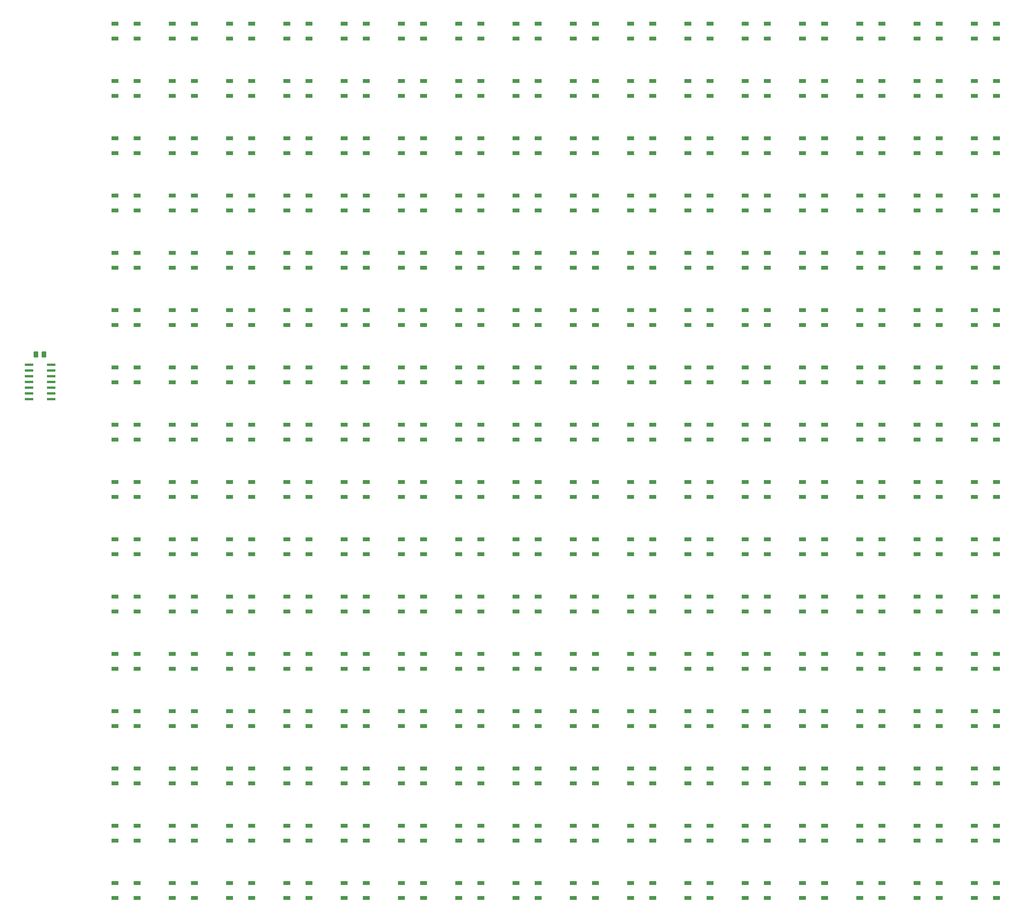
<source format=gbr>
%TF.GenerationSoftware,KiCad,Pcbnew,(7.0.0)*%
%TF.CreationDate,2023-07-17T21:56:26-06:00*%
%TF.ProjectId,led-matrix-v4,6c65642d-6d61-4747-9269-782d76342e6b,0*%
%TF.SameCoordinates,Original*%
%TF.FileFunction,Paste,Top*%
%TF.FilePolarity,Positive*%
%FSLAX46Y46*%
G04 Gerber Fmt 4.6, Leading zero omitted, Abs format (unit mm)*
G04 Created by KiCad (PCBNEW (7.0.0)) date 2023-07-17 21:56:26*
%MOMM*%
%LPD*%
G01*
G04 APERTURE LIST*
G04 Aperture macros list*
%AMRoundRect*
0 Rectangle with rounded corners*
0 $1 Rounding radius*
0 $2 $3 $4 $5 $6 $7 $8 $9 X,Y pos of 4 corners*
0 Add a 4 corners polygon primitive as box body*
4,1,4,$2,$3,$4,$5,$6,$7,$8,$9,$2,$3,0*
0 Add four circle primitives for the rounded corners*
1,1,$1+$1,$2,$3*
1,1,$1+$1,$4,$5*
1,1,$1+$1,$6,$7*
1,1,$1+$1,$8,$9*
0 Add four rect primitives between the rounded corners*
20,1,$1+$1,$2,$3,$4,$5,0*
20,1,$1+$1,$4,$5,$6,$7,0*
20,1,$1+$1,$6,$7,$8,$9,0*
20,1,$1+$1,$8,$9,$2,$3,0*%
G04 Aperture macros list end*
%ADD10R,1.500000X0.900000*%
%ADD11RoundRect,0.250000X-0.262500X-0.450000X0.262500X-0.450000X0.262500X0.450000X-0.262500X0.450000X0*%
%ADD12R,1.981200X0.558800*%
G04 APERTURE END LIST*
D10*
%TO.C,D196*%
X220699999Y-150449999D03*
X220699999Y-153749999D03*
X225599999Y-153749999D03*
X225599999Y-150449999D03*
%TD*%
%TO.C,D116*%
X119099999Y-226649999D03*
X119099999Y-229949999D03*
X123999999Y-229949999D03*
X123999999Y-226649999D03*
%TD*%
%TO.C,D94*%
X106399999Y-188549999D03*
X106399999Y-191849999D03*
X111299999Y-191849999D03*
X111299999Y-188549999D03*
%TD*%
%TO.C,D33*%
X80999999Y-99649999D03*
X80999999Y-102949999D03*
X85899999Y-102949999D03*
X85899999Y-99649999D03*
%TD*%
%TO.C,D98*%
X93699999Y-201249999D03*
X93699999Y-204549999D03*
X98599999Y-204549999D03*
X98599999Y-201249999D03*
%TD*%
%TO.C,D135*%
X258799999Y-48849999D03*
X258799999Y-52149999D03*
X263699999Y-52149999D03*
X263699999Y-48849999D03*
%TD*%
%TO.C,D80*%
X80999999Y-163149999D03*
X80999999Y-166449999D03*
X85899999Y-166449999D03*
X85899999Y-163149999D03*
%TD*%
%TO.C,D18*%
X93699999Y-74249999D03*
X93699999Y-77549999D03*
X98599999Y-77549999D03*
X98599999Y-74249999D03*
%TD*%
%TO.C,D30*%
X106399999Y-86949999D03*
X106399999Y-90249999D03*
X111299999Y-90249999D03*
X111299999Y-86949999D03*
%TD*%
%TO.C,D35*%
X106399999Y-99649999D03*
X106399999Y-102949999D03*
X111299999Y-102949999D03*
X111299999Y-99649999D03*
%TD*%
%TO.C,D36*%
X119099999Y-99649999D03*
X119099999Y-102949999D03*
X123999999Y-102949999D03*
X123999999Y-99649999D03*
%TD*%
%TO.C,D146*%
X195299999Y-74249999D03*
X195299999Y-77549999D03*
X200199999Y-77549999D03*
X200199999Y-74249999D03*
%TD*%
%TO.C,D71*%
X157199999Y-150449999D03*
X157199999Y-153749999D03*
X162099999Y-153749999D03*
X162099999Y-150449999D03*
%TD*%
%TO.C,D101*%
X131799999Y-201249999D03*
X131799999Y-204549999D03*
X136699999Y-204549999D03*
X136699999Y-201249999D03*
%TD*%
%TO.C,D256*%
X182599999Y-239349999D03*
X182599999Y-242649999D03*
X187499999Y-242649999D03*
X187499999Y-239349999D03*
%TD*%
%TO.C,D244*%
X220699999Y-226649999D03*
X220699999Y-229949999D03*
X225599999Y-229949999D03*
X225599999Y-226649999D03*
%TD*%
%TO.C,D56*%
X169899999Y-125049999D03*
X169899999Y-128349999D03*
X174799999Y-128349999D03*
X174799999Y-125049999D03*
%TD*%
%TO.C,D208*%
X182599999Y-163149999D03*
X182599999Y-166449999D03*
X187499999Y-166449999D03*
X187499999Y-163149999D03*
%TD*%
%TO.C,D239*%
X195299999Y-213949999D03*
X195299999Y-217249999D03*
X200199999Y-217249999D03*
X200199999Y-213949999D03*
%TD*%
%TO.C,D227*%
X207999999Y-201249999D03*
X207999999Y-204549999D03*
X212899999Y-204549999D03*
X212899999Y-201249999D03*
%TD*%
D11*
%TO.C,R1*%
X63487500Y-122125000D03*
X65312500Y-122125000D03*
%TD*%
D10*
%TO.C,D138*%
X258799999Y-61549999D03*
X258799999Y-64849999D03*
X263699999Y-64849999D03*
X263699999Y-61549999D03*
%TD*%
%TO.C,D82*%
X93699999Y-175849999D03*
X93699999Y-179149999D03*
X98599999Y-179149999D03*
X98599999Y-175849999D03*
%TD*%
%TO.C,D172*%
X233399999Y-112349999D03*
X233399999Y-115649999D03*
X238299999Y-115649999D03*
X238299999Y-112349999D03*
%TD*%
%TO.C,D207*%
X195299999Y-163149999D03*
X195299999Y-166449999D03*
X200199999Y-166449999D03*
X200199999Y-163149999D03*
%TD*%
%TO.C,D235*%
X246099999Y-213949999D03*
X246099999Y-217249999D03*
X250999999Y-217249999D03*
X250999999Y-213949999D03*
%TD*%
%TO.C,D174*%
X207999999Y-112349999D03*
X207999999Y-115649999D03*
X212899999Y-115649999D03*
X212899999Y-112349999D03*
%TD*%
%TO.C,D151*%
X258799999Y-74249999D03*
X258799999Y-77549999D03*
X263699999Y-77549999D03*
X263699999Y-74249999D03*
%TD*%
%TO.C,D199*%
X258799999Y-150449999D03*
X258799999Y-153749999D03*
X263699999Y-153749999D03*
X263699999Y-150449999D03*
%TD*%
%TO.C,D25*%
X169899999Y-86949999D03*
X169899999Y-90249999D03*
X174799999Y-90249999D03*
X174799999Y-86949999D03*
%TD*%
%TO.C,D216*%
X271499999Y-175849999D03*
X271499999Y-179149999D03*
X276399999Y-179149999D03*
X276399999Y-175849999D03*
%TD*%
%TO.C,D96*%
X80999999Y-188549999D03*
X80999999Y-191849999D03*
X85899999Y-191849999D03*
X85899999Y-188549999D03*
%TD*%
%TO.C,D220*%
X233399999Y-188549999D03*
X233399999Y-191849999D03*
X238299999Y-191849999D03*
X238299999Y-188549999D03*
%TD*%
%TO.C,D189*%
X220699999Y-137749999D03*
X220699999Y-141049999D03*
X225599999Y-141049999D03*
X225599999Y-137749999D03*
%TD*%
%TO.C,D45*%
X119099999Y-112349999D03*
X119099999Y-115649999D03*
X123999999Y-115649999D03*
X123999999Y-112349999D03*
%TD*%
%TO.C,D43*%
X144499999Y-112349999D03*
X144499999Y-115649999D03*
X149399999Y-115649999D03*
X149399999Y-112349999D03*
%TD*%
%TO.C,D140*%
X233399999Y-61549999D03*
X233399999Y-64849999D03*
X238299999Y-64849999D03*
X238299999Y-61549999D03*
%TD*%
%TO.C,D134*%
X246099999Y-48849999D03*
X246099999Y-52149999D03*
X250999999Y-52149999D03*
X250999999Y-48849999D03*
%TD*%
%TO.C,D249*%
X271499999Y-239349999D03*
X271499999Y-242649999D03*
X276399999Y-242649999D03*
X276399999Y-239349999D03*
%TD*%
%TO.C,D85*%
X131799999Y-175849999D03*
X131799999Y-179149999D03*
X136699999Y-179149999D03*
X136699999Y-175849999D03*
%TD*%
%TO.C,D240*%
X182599999Y-213949999D03*
X182599999Y-217249999D03*
X187499999Y-217249999D03*
X187499999Y-213949999D03*
%TD*%
%TO.C,D90*%
X157199999Y-188549999D03*
X157199999Y-191849999D03*
X162099999Y-191849999D03*
X162099999Y-188549999D03*
%TD*%
%TO.C,D2*%
X93699999Y-48849999D03*
X93699999Y-52149999D03*
X98599999Y-52149999D03*
X98599999Y-48849999D03*
%TD*%
%TO.C,D111*%
X93699999Y-213949999D03*
X93699999Y-217249999D03*
X98599999Y-217249999D03*
X98599999Y-213949999D03*
%TD*%
%TO.C,D170*%
X258799999Y-112349999D03*
X258799999Y-115649999D03*
X263699999Y-115649999D03*
X263699999Y-112349999D03*
%TD*%
%TO.C,D39*%
X157199999Y-99649999D03*
X157199999Y-102949999D03*
X162099999Y-102949999D03*
X162099999Y-99649999D03*
%TD*%
%TO.C,D27*%
X144499999Y-86949999D03*
X144499999Y-90249999D03*
X149399999Y-90249999D03*
X149399999Y-86949999D03*
%TD*%
%TO.C,D42*%
X157199999Y-112349999D03*
X157199999Y-115649999D03*
X162099999Y-115649999D03*
X162099999Y-112349999D03*
%TD*%
%TO.C,D75*%
X144499999Y-163149999D03*
X144499999Y-166449999D03*
X149399999Y-166449999D03*
X149399999Y-163149999D03*
%TD*%
%TO.C,D28*%
X131799999Y-86949999D03*
X131799999Y-90249999D03*
X136699999Y-90249999D03*
X136699999Y-86949999D03*
%TD*%
%TO.C,D76*%
X131799999Y-163149999D03*
X131799999Y-166449999D03*
X136699999Y-166449999D03*
X136699999Y-163149999D03*
%TD*%
%TO.C,D123*%
X144499999Y-239349999D03*
X144499999Y-242649999D03*
X149399999Y-242649999D03*
X149399999Y-239349999D03*
%TD*%
%TO.C,D37*%
X131799999Y-99649999D03*
X131799999Y-102949999D03*
X136699999Y-102949999D03*
X136699999Y-99649999D03*
%TD*%
%TO.C,D54*%
X144499999Y-125049999D03*
X144499999Y-128349999D03*
X149399999Y-128349999D03*
X149399999Y-125049999D03*
%TD*%
%TO.C,D78*%
X106399999Y-163149999D03*
X106399999Y-166449999D03*
X111299999Y-166449999D03*
X111299999Y-163149999D03*
%TD*%
%TO.C,D3*%
X106399999Y-48849999D03*
X106399999Y-52149999D03*
X111299999Y-52149999D03*
X111299999Y-48849999D03*
%TD*%
%TO.C,D9*%
X169899999Y-61549999D03*
X169899999Y-64849999D03*
X174799999Y-64849999D03*
X174799999Y-61549999D03*
%TD*%
%TO.C,D163*%
X207999999Y-99649999D03*
X207999999Y-102949999D03*
X212899999Y-102949999D03*
X212899999Y-99649999D03*
%TD*%
%TO.C,D183*%
X258799999Y-125049999D03*
X258799999Y-128349999D03*
X263699999Y-128349999D03*
X263699999Y-125049999D03*
%TD*%
%TO.C,D126*%
X106399999Y-239349999D03*
X106399999Y-242649999D03*
X111299999Y-242649999D03*
X111299999Y-239349999D03*
%TD*%
D12*
%TO.C,U1*%
X61936199Y-124414999D03*
X61936199Y-125684999D03*
X61936199Y-126954999D03*
X61936199Y-128224999D03*
X61936199Y-129494999D03*
X61936199Y-130764999D03*
X61936199Y-132034999D03*
X66863799Y-132034999D03*
X66863799Y-130764999D03*
X66863799Y-129494999D03*
X66863799Y-128224999D03*
X66863799Y-126954999D03*
X66863799Y-125684999D03*
X66863799Y-124414999D03*
%TD*%
D10*
%TO.C,D93*%
X119099999Y-188549999D03*
X119099999Y-191849999D03*
X123999999Y-191849999D03*
X123999999Y-188549999D03*
%TD*%
%TO.C,D198*%
X246099999Y-150449999D03*
X246099999Y-153749999D03*
X250999999Y-153749999D03*
X250999999Y-150449999D03*
%TD*%
%TO.C,D219*%
X246099999Y-188549999D03*
X246099999Y-191849999D03*
X250999999Y-191849999D03*
X250999999Y-188549999D03*
%TD*%
%TO.C,D171*%
X246099999Y-112349999D03*
X246099999Y-115649999D03*
X250999999Y-115649999D03*
X250999999Y-112349999D03*
%TD*%
%TO.C,D103*%
X157199999Y-201249999D03*
X157199999Y-204549999D03*
X162099999Y-204549999D03*
X162099999Y-201249999D03*
%TD*%
%TO.C,D180*%
X220699999Y-125049999D03*
X220699999Y-128349999D03*
X225599999Y-128349999D03*
X225599999Y-125049999D03*
%TD*%
%TO.C,D229*%
X233399999Y-201249999D03*
X233399999Y-204549999D03*
X238299999Y-204549999D03*
X238299999Y-201249999D03*
%TD*%
%TO.C,D79*%
X93699999Y-163149999D03*
X93699999Y-166449999D03*
X98599999Y-166449999D03*
X98599999Y-163149999D03*
%TD*%
%TO.C,D20*%
X119099999Y-74249999D03*
X119099999Y-77549999D03*
X123999999Y-77549999D03*
X123999999Y-74249999D03*
%TD*%
%TO.C,D141*%
X220699999Y-61549999D03*
X220699999Y-64849999D03*
X225599999Y-64849999D03*
X225599999Y-61549999D03*
%TD*%
%TO.C,D186*%
X258799999Y-137749999D03*
X258799999Y-141049999D03*
X263699999Y-141049999D03*
X263699999Y-137749999D03*
%TD*%
%TO.C,D12*%
X131799999Y-61549999D03*
X131799999Y-64849999D03*
X136699999Y-64849999D03*
X136699999Y-61549999D03*
%TD*%
%TO.C,D124*%
X131799999Y-239349999D03*
X131799999Y-242649999D03*
X136699999Y-242649999D03*
X136699999Y-239349999D03*
%TD*%
%TO.C,D218*%
X258799999Y-188549999D03*
X258799999Y-191849999D03*
X263699999Y-191849999D03*
X263699999Y-188549999D03*
%TD*%
%TO.C,D4*%
X119099999Y-48849999D03*
X119099999Y-52149999D03*
X123999999Y-52149999D03*
X123999999Y-48849999D03*
%TD*%
%TO.C,D122*%
X157199999Y-239349999D03*
X157199999Y-242649999D03*
X162099999Y-242649999D03*
X162099999Y-239349999D03*
%TD*%
%TO.C,D222*%
X207999999Y-188549999D03*
X207999999Y-191849999D03*
X212899999Y-191849999D03*
X212899999Y-188549999D03*
%TD*%
%TO.C,D137*%
X271499999Y-61549999D03*
X271499999Y-64849999D03*
X276399999Y-64849999D03*
X276399999Y-61549999D03*
%TD*%
%TO.C,D190*%
X207999999Y-137749999D03*
X207999999Y-141049999D03*
X212899999Y-141049999D03*
X212899999Y-137749999D03*
%TD*%
%TO.C,D234*%
X258799999Y-213949999D03*
X258799999Y-217249999D03*
X263699999Y-217249999D03*
X263699999Y-213949999D03*
%TD*%
%TO.C,D165*%
X233399999Y-99649999D03*
X233399999Y-102949999D03*
X238299999Y-102949999D03*
X238299999Y-99649999D03*
%TD*%
%TO.C,D13*%
X119099999Y-61549999D03*
X119099999Y-64849999D03*
X123999999Y-64849999D03*
X123999999Y-61549999D03*
%TD*%
%TO.C,D117*%
X131799999Y-226649999D03*
X131799999Y-229949999D03*
X136699999Y-229949999D03*
X136699999Y-226649999D03*
%TD*%
%TO.C,D133*%
X233399999Y-48849999D03*
X233399999Y-52149999D03*
X238299999Y-52149999D03*
X238299999Y-48849999D03*
%TD*%
%TO.C,D252*%
X233399999Y-239349999D03*
X233399999Y-242649999D03*
X238299999Y-242649999D03*
X238299999Y-239349999D03*
%TD*%
%TO.C,D144*%
X182599999Y-61549999D03*
X182599999Y-64849999D03*
X187499999Y-64849999D03*
X187499999Y-61549999D03*
%TD*%
%TO.C,D74*%
X157199999Y-163149999D03*
X157199999Y-166449999D03*
X162099999Y-166449999D03*
X162099999Y-163149999D03*
%TD*%
%TO.C,D250*%
X258799999Y-239349999D03*
X258799999Y-242649999D03*
X263699999Y-242649999D03*
X263699999Y-239349999D03*
%TD*%
%TO.C,D67*%
X106399999Y-150449999D03*
X106399999Y-153749999D03*
X111299999Y-153749999D03*
X111299999Y-150449999D03*
%TD*%
%TO.C,D132*%
X220699999Y-48849999D03*
X220699999Y-52149999D03*
X225599999Y-52149999D03*
X225599999Y-48849999D03*
%TD*%
%TO.C,D241*%
X182599999Y-226649999D03*
X182599999Y-229949999D03*
X187499999Y-229949999D03*
X187499999Y-226649999D03*
%TD*%
%TO.C,D210*%
X195299999Y-175849999D03*
X195299999Y-179149999D03*
X200199999Y-179149999D03*
X200199999Y-175849999D03*
%TD*%
%TO.C,D72*%
X169899999Y-150449999D03*
X169899999Y-153749999D03*
X174799999Y-153749999D03*
X174799999Y-150449999D03*
%TD*%
%TO.C,D87*%
X157199999Y-175849999D03*
X157199999Y-179149999D03*
X162099999Y-179149999D03*
X162099999Y-175849999D03*
%TD*%
%TO.C,D41*%
X169899999Y-112349999D03*
X169899999Y-115649999D03*
X174799999Y-115649999D03*
X174799999Y-112349999D03*
%TD*%
%TO.C,D215*%
X258799999Y-175849999D03*
X258799999Y-179149999D03*
X263699999Y-179149999D03*
X263699999Y-175849999D03*
%TD*%
%TO.C,D206*%
X207999999Y-163149999D03*
X207999999Y-166449999D03*
X212899999Y-166449999D03*
X212899999Y-163149999D03*
%TD*%
%TO.C,D83*%
X106399999Y-175849999D03*
X106399999Y-179149999D03*
X111299999Y-179149999D03*
X111299999Y-175849999D03*
%TD*%
%TO.C,D95*%
X93699999Y-188549999D03*
X93699999Y-191849999D03*
X98599999Y-191849999D03*
X98599999Y-188549999D03*
%TD*%
%TO.C,D110*%
X106399999Y-213949999D03*
X106399999Y-217249999D03*
X111299999Y-217249999D03*
X111299999Y-213949999D03*
%TD*%
%TO.C,D157*%
X220699999Y-86949999D03*
X220699999Y-90249999D03*
X225599999Y-90249999D03*
X225599999Y-86949999D03*
%TD*%
%TO.C,D31*%
X93699999Y-86949999D03*
X93699999Y-90249999D03*
X98599999Y-90249999D03*
X98599999Y-86949999D03*
%TD*%
%TO.C,D40*%
X169899999Y-99649999D03*
X169899999Y-102949999D03*
X174799999Y-102949999D03*
X174799999Y-99649999D03*
%TD*%
%TO.C,D194*%
X195299999Y-150449999D03*
X195299999Y-153749999D03*
X200199999Y-153749999D03*
X200199999Y-150449999D03*
%TD*%
%TO.C,D108*%
X131799999Y-213949999D03*
X131799999Y-217249999D03*
X136699999Y-217249999D03*
X136699999Y-213949999D03*
%TD*%
%TO.C,D17*%
X80999999Y-74249999D03*
X80999999Y-77549999D03*
X85899999Y-77549999D03*
X85899999Y-74249999D03*
%TD*%
%TO.C,D175*%
X195299999Y-112349999D03*
X195299999Y-115649999D03*
X200199999Y-115649999D03*
X200199999Y-112349999D03*
%TD*%
%TO.C,D97*%
X80999999Y-201249999D03*
X80999999Y-204549999D03*
X85899999Y-204549999D03*
X85899999Y-201249999D03*
%TD*%
%TO.C,D204*%
X233399999Y-163149999D03*
X233399999Y-166449999D03*
X238299999Y-166449999D03*
X238299999Y-163149999D03*
%TD*%
%TO.C,D99*%
X106399999Y-201249999D03*
X106399999Y-204549999D03*
X111299999Y-204549999D03*
X111299999Y-201249999D03*
%TD*%
%TO.C,D92*%
X131799999Y-188549999D03*
X131799999Y-191849999D03*
X136699999Y-191849999D03*
X136699999Y-188549999D03*
%TD*%
%TO.C,D195*%
X207999999Y-150449999D03*
X207999999Y-153749999D03*
X212899999Y-153749999D03*
X212899999Y-150449999D03*
%TD*%
%TO.C,D125*%
X119099999Y-239349999D03*
X119099999Y-242649999D03*
X123999999Y-242649999D03*
X123999999Y-239349999D03*
%TD*%
%TO.C,D7*%
X157199999Y-48849999D03*
X157199999Y-52149999D03*
X162099999Y-52149999D03*
X162099999Y-48849999D03*
%TD*%
%TO.C,D173*%
X220699999Y-112349999D03*
X220699999Y-115649999D03*
X225599999Y-115649999D03*
X225599999Y-112349999D03*
%TD*%
%TO.C,D167*%
X258799999Y-99649999D03*
X258799999Y-102949999D03*
X263699999Y-102949999D03*
X263699999Y-99649999D03*
%TD*%
%TO.C,D48*%
X80999999Y-112349999D03*
X80999999Y-115649999D03*
X85899999Y-115649999D03*
X85899999Y-112349999D03*
%TD*%
%TO.C,D128*%
X80999999Y-239349999D03*
X80999999Y-242649999D03*
X85899999Y-242649999D03*
X85899999Y-239349999D03*
%TD*%
%TO.C,D214*%
X246099999Y-175849999D03*
X246099999Y-179149999D03*
X250999999Y-179149999D03*
X250999999Y-175849999D03*
%TD*%
%TO.C,D147*%
X207999999Y-74249999D03*
X207999999Y-77549999D03*
X212899999Y-77549999D03*
X212899999Y-74249999D03*
%TD*%
%TO.C,D63*%
X93699999Y-137749999D03*
X93699999Y-141049999D03*
X98599999Y-141049999D03*
X98599999Y-137749999D03*
%TD*%
%TO.C,D166*%
X246099999Y-99649999D03*
X246099999Y-102949999D03*
X250999999Y-102949999D03*
X250999999Y-99649999D03*
%TD*%
%TO.C,D22*%
X144499999Y-74249999D03*
X144499999Y-77549999D03*
X149399999Y-77549999D03*
X149399999Y-74249999D03*
%TD*%
%TO.C,D21*%
X131799999Y-74249999D03*
X131799999Y-77549999D03*
X136699999Y-77549999D03*
X136699999Y-74249999D03*
%TD*%
%TO.C,D131*%
X207999999Y-48849999D03*
X207999999Y-52149999D03*
X212899999Y-52149999D03*
X212899999Y-48849999D03*
%TD*%
%TO.C,D130*%
X195299999Y-48849999D03*
X195299999Y-52149999D03*
X200199999Y-52149999D03*
X200199999Y-48849999D03*
%TD*%
%TO.C,D26*%
X157199999Y-86949999D03*
X157199999Y-90249999D03*
X162099999Y-90249999D03*
X162099999Y-86949999D03*
%TD*%
%TO.C,D164*%
X220699999Y-99649999D03*
X220699999Y-102949999D03*
X225599999Y-102949999D03*
X225599999Y-99649999D03*
%TD*%
%TO.C,D181*%
X233399999Y-125049999D03*
X233399999Y-128349999D03*
X238299999Y-128349999D03*
X238299999Y-125049999D03*
%TD*%
%TO.C,D24*%
X169899999Y-74249999D03*
X169899999Y-77549999D03*
X174799999Y-77549999D03*
X174799999Y-74249999D03*
%TD*%
%TO.C,D70*%
X144499999Y-150449999D03*
X144499999Y-153749999D03*
X149399999Y-153749999D03*
X149399999Y-150449999D03*
%TD*%
%TO.C,D148*%
X220699999Y-74249999D03*
X220699999Y-77549999D03*
X225599999Y-77549999D03*
X225599999Y-74249999D03*
%TD*%
%TO.C,D221*%
X220699999Y-188549999D03*
X220699999Y-191849999D03*
X225599999Y-191849999D03*
X225599999Y-188549999D03*
%TD*%
%TO.C,D52*%
X119099999Y-125049999D03*
X119099999Y-128349999D03*
X123999999Y-128349999D03*
X123999999Y-125049999D03*
%TD*%
%TO.C,D191*%
X195299999Y-137749999D03*
X195299999Y-141049999D03*
X200199999Y-141049999D03*
X200199999Y-137749999D03*
%TD*%
%TO.C,D106*%
X157199999Y-213949999D03*
X157199999Y-217249999D03*
X162099999Y-217249999D03*
X162099999Y-213949999D03*
%TD*%
%TO.C,D89*%
X169899999Y-188549999D03*
X169899999Y-191849999D03*
X174799999Y-191849999D03*
X174799999Y-188549999D03*
%TD*%
%TO.C,D129*%
X182599999Y-48849999D03*
X182599999Y-52149999D03*
X187499999Y-52149999D03*
X187499999Y-48849999D03*
%TD*%
%TO.C,D182*%
X246099999Y-125049999D03*
X246099999Y-128349999D03*
X250999999Y-128349999D03*
X250999999Y-125049999D03*
%TD*%
%TO.C,D58*%
X157199999Y-137749999D03*
X157199999Y-141049999D03*
X162099999Y-141049999D03*
X162099999Y-137749999D03*
%TD*%
%TO.C,D109*%
X119099999Y-213949999D03*
X119099999Y-217249999D03*
X123999999Y-217249999D03*
X123999999Y-213949999D03*
%TD*%
%TO.C,D193*%
X182599999Y-150449999D03*
X182599999Y-153749999D03*
X187499999Y-153749999D03*
X187499999Y-150449999D03*
%TD*%
%TO.C,D169*%
X271499999Y-112349999D03*
X271499999Y-115649999D03*
X276399999Y-115649999D03*
X276399999Y-112349999D03*
%TD*%
%TO.C,D19*%
X106399999Y-74249999D03*
X106399999Y-77549999D03*
X111299999Y-77549999D03*
X111299999Y-74249999D03*
%TD*%
%TO.C,D47*%
X93699999Y-112349999D03*
X93699999Y-115649999D03*
X98599999Y-115649999D03*
X98599999Y-112349999D03*
%TD*%
%TO.C,D61*%
X119099999Y-137749999D03*
X119099999Y-141049999D03*
X123999999Y-141049999D03*
X123999999Y-137749999D03*
%TD*%
%TO.C,D127*%
X93699999Y-239349999D03*
X93699999Y-242649999D03*
X98599999Y-242649999D03*
X98599999Y-239349999D03*
%TD*%
%TO.C,D102*%
X144499999Y-201249999D03*
X144499999Y-204549999D03*
X149399999Y-204549999D03*
X149399999Y-201249999D03*
%TD*%
%TO.C,D155*%
X246099999Y-86949999D03*
X246099999Y-90249999D03*
X250999999Y-90249999D03*
X250999999Y-86949999D03*
%TD*%
%TO.C,D255*%
X195299999Y-239349999D03*
X195299999Y-242649999D03*
X200199999Y-242649999D03*
X200199999Y-239349999D03*
%TD*%
%TO.C,D119*%
X157199999Y-226649999D03*
X157199999Y-229949999D03*
X162099999Y-229949999D03*
X162099999Y-226649999D03*
%TD*%
%TO.C,D158*%
X207999999Y-86949999D03*
X207999999Y-90249999D03*
X212899999Y-90249999D03*
X212899999Y-86949999D03*
%TD*%
%TO.C,D185*%
X271499999Y-137749999D03*
X271499999Y-141049999D03*
X276399999Y-141049999D03*
X276399999Y-137749999D03*
%TD*%
%TO.C,D46*%
X106399999Y-112349999D03*
X106399999Y-115649999D03*
X111299999Y-115649999D03*
X111299999Y-112349999D03*
%TD*%
%TO.C,D187*%
X246099999Y-137749999D03*
X246099999Y-141049999D03*
X250999999Y-141049999D03*
X250999999Y-137749999D03*
%TD*%
%TO.C,D188*%
X233399999Y-137749999D03*
X233399999Y-141049999D03*
X238299999Y-141049999D03*
X238299999Y-137749999D03*
%TD*%
%TO.C,D44*%
X131799999Y-112349999D03*
X131799999Y-115649999D03*
X136699999Y-115649999D03*
X136699999Y-112349999D03*
%TD*%
%TO.C,D161*%
X182599999Y-99649999D03*
X182599999Y-102949999D03*
X187499999Y-102949999D03*
X187499999Y-99649999D03*
%TD*%
%TO.C,D69*%
X131799999Y-150449999D03*
X131799999Y-153749999D03*
X136699999Y-153749999D03*
X136699999Y-150449999D03*
%TD*%
%TO.C,D202*%
X258799999Y-163149999D03*
X258799999Y-166449999D03*
X263699999Y-166449999D03*
X263699999Y-163149999D03*
%TD*%
%TO.C,D209*%
X182599999Y-175849999D03*
X182599999Y-179149999D03*
X187499999Y-179149999D03*
X187499999Y-175849999D03*
%TD*%
%TO.C,D62*%
X106399999Y-137749999D03*
X106399999Y-141049999D03*
X111299999Y-141049999D03*
X111299999Y-137749999D03*
%TD*%
%TO.C,D11*%
X144499999Y-61549999D03*
X144499999Y-64849999D03*
X149399999Y-64849999D03*
X149399999Y-61549999D03*
%TD*%
%TO.C,D88*%
X169899999Y-175849999D03*
X169899999Y-179149999D03*
X174799999Y-179149999D03*
X174799999Y-175849999D03*
%TD*%
%TO.C,D177*%
X182599999Y-125049999D03*
X182599999Y-128349999D03*
X187499999Y-128349999D03*
X187499999Y-125049999D03*
%TD*%
%TO.C,D107*%
X144499999Y-213949999D03*
X144499999Y-217249999D03*
X149399999Y-217249999D03*
X149399999Y-213949999D03*
%TD*%
%TO.C,D168*%
X271499999Y-99649999D03*
X271499999Y-102949999D03*
X276399999Y-102949999D03*
X276399999Y-99649999D03*
%TD*%
%TO.C,D149*%
X233399999Y-74249999D03*
X233399999Y-77549999D03*
X238299999Y-77549999D03*
X238299999Y-74249999D03*
%TD*%
%TO.C,D153*%
X271499999Y-86949999D03*
X271499999Y-90249999D03*
X276399999Y-90249999D03*
X276399999Y-86949999D03*
%TD*%
%TO.C,D203*%
X246099999Y-163149999D03*
X246099999Y-166449999D03*
X250999999Y-166449999D03*
X250999999Y-163149999D03*
%TD*%
%TO.C,D16*%
X80999999Y-61549999D03*
X80999999Y-64849999D03*
X85899999Y-64849999D03*
X85899999Y-61549999D03*
%TD*%
%TO.C,D1*%
X80999999Y-48849999D03*
X80999999Y-52149999D03*
X85899999Y-52149999D03*
X85899999Y-48849999D03*
%TD*%
%TO.C,D118*%
X144499999Y-226649999D03*
X144499999Y-229949999D03*
X149399999Y-229949999D03*
X149399999Y-226649999D03*
%TD*%
%TO.C,D162*%
X195299999Y-99649999D03*
X195299999Y-102949999D03*
X200199999Y-102949999D03*
X200199999Y-99649999D03*
%TD*%
%TO.C,D142*%
X207999999Y-61549999D03*
X207999999Y-64849999D03*
X212899999Y-64849999D03*
X212899999Y-61549999D03*
%TD*%
%TO.C,D68*%
X119099999Y-150449999D03*
X119099999Y-153749999D03*
X123999999Y-153749999D03*
X123999999Y-150449999D03*
%TD*%
%TO.C,D213*%
X233399999Y-175849999D03*
X233399999Y-179149999D03*
X238299999Y-179149999D03*
X238299999Y-175849999D03*
%TD*%
%TO.C,D53*%
X131799999Y-125049999D03*
X131799999Y-128349999D03*
X136699999Y-128349999D03*
X136699999Y-125049999D03*
%TD*%
%TO.C,D5*%
X131799999Y-48849999D03*
X131799999Y-52149999D03*
X136699999Y-52149999D03*
X136699999Y-48849999D03*
%TD*%
%TO.C,D231*%
X258799999Y-201249999D03*
X258799999Y-204549999D03*
X263699999Y-204549999D03*
X263699999Y-201249999D03*
%TD*%
%TO.C,D217*%
X271499999Y-188549999D03*
X271499999Y-191849999D03*
X276399999Y-191849999D03*
X276399999Y-188549999D03*
%TD*%
%TO.C,D232*%
X271499999Y-201249999D03*
X271499999Y-204549999D03*
X276399999Y-204549999D03*
X276399999Y-201249999D03*
%TD*%
%TO.C,D212*%
X220699999Y-175849999D03*
X220699999Y-179149999D03*
X225599999Y-179149999D03*
X225599999Y-175849999D03*
%TD*%
%TO.C,D59*%
X144499999Y-137749999D03*
X144499999Y-141049999D03*
X149399999Y-141049999D03*
X149399999Y-137749999D03*
%TD*%
%TO.C,D251*%
X246099999Y-239349999D03*
X246099999Y-242649999D03*
X250999999Y-242649999D03*
X250999999Y-239349999D03*
%TD*%
%TO.C,D159*%
X195299999Y-86949999D03*
X195299999Y-90249999D03*
X200199999Y-90249999D03*
X200199999Y-86949999D03*
%TD*%
%TO.C,D223*%
X195299999Y-188549999D03*
X195299999Y-191849999D03*
X200199999Y-191849999D03*
X200199999Y-188549999D03*
%TD*%
%TO.C,D211*%
X207999999Y-175849999D03*
X207999999Y-179149999D03*
X212899999Y-179149999D03*
X212899999Y-175849999D03*
%TD*%
%TO.C,D104*%
X169899999Y-201249999D03*
X169899999Y-204549999D03*
X174799999Y-204549999D03*
X174799999Y-201249999D03*
%TD*%
%TO.C,D197*%
X233399999Y-150449999D03*
X233399999Y-153749999D03*
X238299999Y-153749999D03*
X238299999Y-150449999D03*
%TD*%
%TO.C,D10*%
X157199999Y-61549999D03*
X157199999Y-64849999D03*
X162099999Y-64849999D03*
X162099999Y-61549999D03*
%TD*%
%TO.C,D152*%
X271499999Y-74249999D03*
X271499999Y-77549999D03*
X276399999Y-77549999D03*
X276399999Y-74249999D03*
%TD*%
%TO.C,D242*%
X195299999Y-226649999D03*
X195299999Y-229949999D03*
X200199999Y-229949999D03*
X200199999Y-226649999D03*
%TD*%
%TO.C,D243*%
X207999999Y-226649999D03*
X207999999Y-229949999D03*
X212899999Y-229949999D03*
X212899999Y-226649999D03*
%TD*%
%TO.C,D253*%
X220699999Y-239349999D03*
X220699999Y-242649999D03*
X225599999Y-242649999D03*
X225599999Y-239349999D03*
%TD*%
%TO.C,D60*%
X131799999Y-137749999D03*
X131799999Y-141049999D03*
X136699999Y-141049999D03*
X136699999Y-137749999D03*
%TD*%
%TO.C,D65*%
X80999999Y-150449999D03*
X80999999Y-153749999D03*
X85899999Y-153749999D03*
X85899999Y-150449999D03*
%TD*%
%TO.C,D238*%
X207999999Y-213949999D03*
X207999999Y-217249999D03*
X212899999Y-217249999D03*
X212899999Y-213949999D03*
%TD*%
%TO.C,D91*%
X144499999Y-188549999D03*
X144499999Y-191849999D03*
X149399999Y-191849999D03*
X149399999Y-188549999D03*
%TD*%
%TO.C,D228*%
X220699999Y-201249999D03*
X220699999Y-204549999D03*
X225599999Y-204549999D03*
X225599999Y-201249999D03*
%TD*%
%TO.C,D14*%
X106399999Y-61549999D03*
X106399999Y-64849999D03*
X111299999Y-64849999D03*
X111299999Y-61549999D03*
%TD*%
%TO.C,D200*%
X271499999Y-150449999D03*
X271499999Y-153749999D03*
X276399999Y-153749999D03*
X276399999Y-150449999D03*
%TD*%
%TO.C,D136*%
X271499999Y-48849999D03*
X271499999Y-52149999D03*
X276399999Y-52149999D03*
X276399999Y-48849999D03*
%TD*%
%TO.C,D254*%
X207999999Y-239349999D03*
X207999999Y-242649999D03*
X212899999Y-242649999D03*
X212899999Y-239349999D03*
%TD*%
%TO.C,D73*%
X169899999Y-163149999D03*
X169899999Y-166449999D03*
X174799999Y-166449999D03*
X174799999Y-163149999D03*
%TD*%
%TO.C,D112*%
X80999999Y-213949999D03*
X80999999Y-217249999D03*
X85899999Y-217249999D03*
X85899999Y-213949999D03*
%TD*%
%TO.C,D8*%
X169899999Y-48849999D03*
X169899999Y-52149999D03*
X174799999Y-52149999D03*
X174799999Y-48849999D03*
%TD*%
%TO.C,D34*%
X93699999Y-99649999D03*
X93699999Y-102949999D03*
X98599999Y-102949999D03*
X98599999Y-99649999D03*
%TD*%
%TO.C,D121*%
X169899999Y-239349999D03*
X169899999Y-242649999D03*
X174799999Y-242649999D03*
X174799999Y-239349999D03*
%TD*%
%TO.C,D226*%
X195299999Y-201249999D03*
X195299999Y-204549999D03*
X200199999Y-204549999D03*
X200199999Y-201249999D03*
%TD*%
%TO.C,D150*%
X246099999Y-74249999D03*
X246099999Y-77549999D03*
X250999999Y-77549999D03*
X250999999Y-74249999D03*
%TD*%
%TO.C,D224*%
X182599999Y-188549999D03*
X182599999Y-191849999D03*
X187499999Y-191849999D03*
X187499999Y-188549999D03*
%TD*%
%TO.C,D156*%
X233399999Y-86949999D03*
X233399999Y-90249999D03*
X238299999Y-90249999D03*
X238299999Y-86949999D03*
%TD*%
%TO.C,D154*%
X258799999Y-86949999D03*
X258799999Y-90249999D03*
X263699999Y-90249999D03*
X263699999Y-86949999D03*
%TD*%
%TO.C,D55*%
X157199999Y-125049999D03*
X157199999Y-128349999D03*
X162099999Y-128349999D03*
X162099999Y-125049999D03*
%TD*%
%TO.C,D64*%
X80999999Y-137749999D03*
X80999999Y-141049999D03*
X85899999Y-141049999D03*
X85899999Y-137749999D03*
%TD*%
%TO.C,D120*%
X169899999Y-226649999D03*
X169899999Y-229949999D03*
X174799999Y-229949999D03*
X174799999Y-226649999D03*
%TD*%
%TO.C,D201*%
X271499999Y-163149999D03*
X271499999Y-166449999D03*
X276399999Y-166449999D03*
X276399999Y-163149999D03*
%TD*%
%TO.C,D51*%
X106399999Y-125049999D03*
X106399999Y-128349999D03*
X111299999Y-128349999D03*
X111299999Y-125049999D03*
%TD*%
%TO.C,D230*%
X246099999Y-201249999D03*
X246099999Y-204549999D03*
X250999999Y-204549999D03*
X250999999Y-201249999D03*
%TD*%
%TO.C,D139*%
X246099999Y-61549999D03*
X246099999Y-64849999D03*
X250999999Y-64849999D03*
X250999999Y-61549999D03*
%TD*%
%TO.C,D143*%
X195299999Y-61549999D03*
X195299999Y-64849999D03*
X200199999Y-64849999D03*
X200199999Y-61549999D03*
%TD*%
%TO.C,D113*%
X80999999Y-226649999D03*
X80999999Y-229949999D03*
X85899999Y-229949999D03*
X85899999Y-226649999D03*
%TD*%
%TO.C,D100*%
X119099999Y-201249999D03*
X119099999Y-204549999D03*
X123999999Y-204549999D03*
X123999999Y-201249999D03*
%TD*%
%TO.C,D192*%
X182599999Y-137749999D03*
X182599999Y-141049999D03*
X187499999Y-141049999D03*
X187499999Y-137749999D03*
%TD*%
%TO.C,D15*%
X93699999Y-61549999D03*
X93699999Y-64849999D03*
X98599999Y-64849999D03*
X98599999Y-61549999D03*
%TD*%
%TO.C,D176*%
X182599999Y-112349999D03*
X182599999Y-115649999D03*
X187499999Y-115649999D03*
X187499999Y-112349999D03*
%TD*%
%TO.C,D57*%
X169899999Y-137749999D03*
X169899999Y-141049999D03*
X174799999Y-141049999D03*
X174799999Y-137749999D03*
%TD*%
%TO.C,D248*%
X271499999Y-226649999D03*
X271499999Y-229949999D03*
X276399999Y-229949999D03*
X276399999Y-226649999D03*
%TD*%
%TO.C,D236*%
X233399999Y-213949999D03*
X233399999Y-217249999D03*
X238299999Y-217249999D03*
X238299999Y-213949999D03*
%TD*%
%TO.C,D245*%
X233399999Y-226649999D03*
X233399999Y-229949999D03*
X238299999Y-229949999D03*
X238299999Y-226649999D03*
%TD*%
%TO.C,D233*%
X271499999Y-213949999D03*
X271499999Y-217249999D03*
X276399999Y-217249999D03*
X276399999Y-213949999D03*
%TD*%
%TO.C,D178*%
X195299999Y-125049999D03*
X195299999Y-128349999D03*
X200199999Y-128349999D03*
X200199999Y-125049999D03*
%TD*%
%TO.C,D145*%
X182599999Y-74249999D03*
X182599999Y-77549999D03*
X187499999Y-77549999D03*
X187499999Y-74249999D03*
%TD*%
%TO.C,D84*%
X119099999Y-175849999D03*
X119099999Y-179149999D03*
X123999999Y-179149999D03*
X123999999Y-175849999D03*
%TD*%
%TO.C,D32*%
X80999999Y-86949999D03*
X80999999Y-90249999D03*
X85899999Y-90249999D03*
X85899999Y-86949999D03*
%TD*%
%TO.C,D86*%
X144499999Y-175849999D03*
X144499999Y-179149999D03*
X149399999Y-179149999D03*
X149399999Y-175849999D03*
%TD*%
%TO.C,D49*%
X80999999Y-125049999D03*
X80999999Y-128349999D03*
X85899999Y-128349999D03*
X85899999Y-125049999D03*
%TD*%
%TO.C,D225*%
X182599999Y-201249999D03*
X182599999Y-204549999D03*
X187499999Y-204549999D03*
X187499999Y-201249999D03*
%TD*%
%TO.C,D179*%
X207999999Y-125049999D03*
X207999999Y-128349999D03*
X212899999Y-128349999D03*
X212899999Y-125049999D03*
%TD*%
%TO.C,D6*%
X144499999Y-48849999D03*
X144499999Y-52149999D03*
X149399999Y-52149999D03*
X149399999Y-48849999D03*
%TD*%
%TO.C,D77*%
X119099999Y-163149999D03*
X119099999Y-166449999D03*
X123999999Y-166449999D03*
X123999999Y-163149999D03*
%TD*%
%TO.C,D237*%
X220699999Y-213949999D03*
X220699999Y-217249999D03*
X225599999Y-217249999D03*
X225599999Y-213949999D03*
%TD*%
%TO.C,D81*%
X80999999Y-175849999D03*
X80999999Y-179149999D03*
X85899999Y-179149999D03*
X85899999Y-175849999D03*
%TD*%
%TO.C,D23*%
X157199999Y-74249999D03*
X157199999Y-77549999D03*
X162099999Y-77549999D03*
X162099999Y-74249999D03*
%TD*%
%TO.C,D50*%
X93699999Y-125049999D03*
X93699999Y-128349999D03*
X98599999Y-128349999D03*
X98599999Y-125049999D03*
%TD*%
%TO.C,D66*%
X93699999Y-150449999D03*
X93699999Y-153749999D03*
X98599999Y-153749999D03*
X98599999Y-150449999D03*
%TD*%
%TO.C,D247*%
X258799999Y-226649999D03*
X258799999Y-229949999D03*
X263699999Y-229949999D03*
X263699999Y-226649999D03*
%TD*%
%TO.C,D105*%
X169899999Y-213949999D03*
X169899999Y-217249999D03*
X174799999Y-217249999D03*
X174799999Y-213949999D03*
%TD*%
%TO.C,D115*%
X106399999Y-226649999D03*
X106399999Y-229949999D03*
X111299999Y-229949999D03*
X111299999Y-226649999D03*
%TD*%
%TO.C,D205*%
X220699999Y-163149999D03*
X220699999Y-166449999D03*
X225599999Y-166449999D03*
X225599999Y-163149999D03*
%TD*%
%TO.C,D114*%
X93699999Y-226649999D03*
X93699999Y-229949999D03*
X98599999Y-229949999D03*
X98599999Y-226649999D03*
%TD*%
%TO.C,D29*%
X119099999Y-86949999D03*
X119099999Y-90249999D03*
X123999999Y-90249999D03*
X123999999Y-86949999D03*
%TD*%
%TO.C,D160*%
X182599999Y-86949999D03*
X182599999Y-90249999D03*
X187499999Y-90249999D03*
X187499999Y-86949999D03*
%TD*%
%TO.C,D38*%
X144499999Y-99649999D03*
X144499999Y-102949999D03*
X149399999Y-102949999D03*
X149399999Y-99649999D03*
%TD*%
%TO.C,D246*%
X246099999Y-226649999D03*
X246099999Y-229949999D03*
X250999999Y-229949999D03*
X250999999Y-226649999D03*
%TD*%
%TO.C,D184*%
X271499999Y-125049999D03*
X271499999Y-128349999D03*
X276399999Y-128349999D03*
X276399999Y-125049999D03*
%TD*%
M02*

</source>
